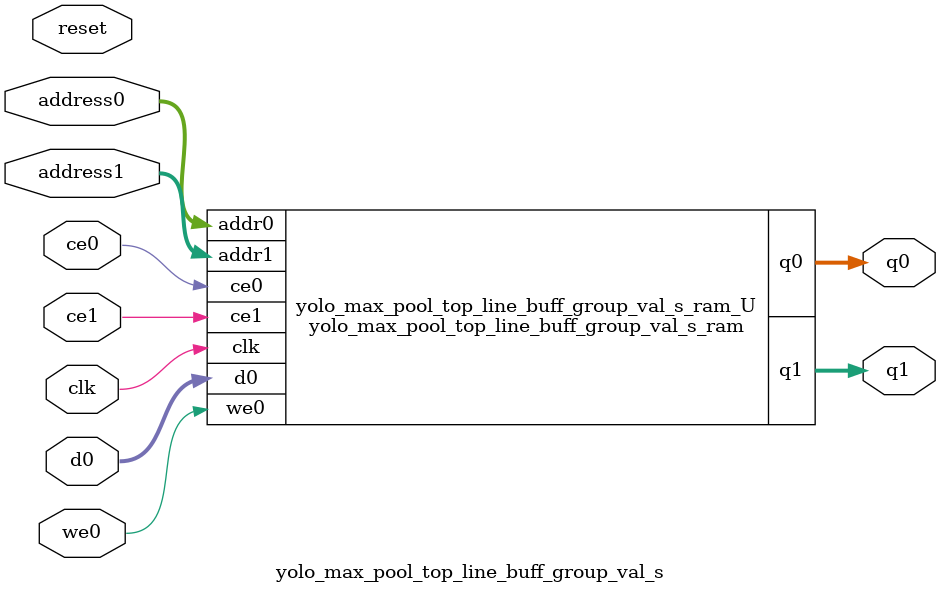
<source format=v>
`timescale 1 ns / 1 ps
module yolo_max_pool_top_line_buff_group_val_s_ram (addr0, ce0, d0, we0, q0, addr1, ce1, q1,  clk);

parameter DWIDTH = 32;
parameter AWIDTH = 13;
parameter MEM_SIZE = 6688;

input[AWIDTH-1:0] addr0;
input ce0;
input[DWIDTH-1:0] d0;
input we0;
output reg[DWIDTH-1:0] q0;
input[AWIDTH-1:0] addr1;
input ce1;
output reg[DWIDTH-1:0] q1;
input clk;

(* ram_style = "block" *)reg [DWIDTH-1:0] ram[0:MEM_SIZE-1];




always @(posedge clk)  
begin 
    if (ce0) 
    begin
        if (we0) 
        begin 
            ram[addr0] <= d0; 
        end 
        q0 <= ram[addr0];
    end
end


always @(posedge clk)  
begin 
    if (ce1) 
    begin
        q1 <= ram[addr1];
    end
end


endmodule

`timescale 1 ns / 1 ps
module yolo_max_pool_top_line_buff_group_val_s(
    reset,
    clk,
    address0,
    ce0,
    we0,
    d0,
    q0,
    address1,
    ce1,
    q1);

parameter DataWidth = 32'd32;
parameter AddressRange = 32'd6688;
parameter AddressWidth = 32'd13;
input reset;
input clk;
input[AddressWidth - 1:0] address0;
input ce0;
input we0;
input[DataWidth - 1:0] d0;
output[DataWidth - 1:0] q0;
input[AddressWidth - 1:0] address1;
input ce1;
output[DataWidth - 1:0] q1;



yolo_max_pool_top_line_buff_group_val_s_ram yolo_max_pool_top_line_buff_group_val_s_ram_U(
    .clk( clk ),
    .addr0( address0 ),
    .ce0( ce0 ),
    .we0( we0 ),
    .d0( d0 ),
    .q0( q0 ),
    .addr1( address1 ),
    .ce1( ce1 ),
    .q1( q1 ));

endmodule


</source>
